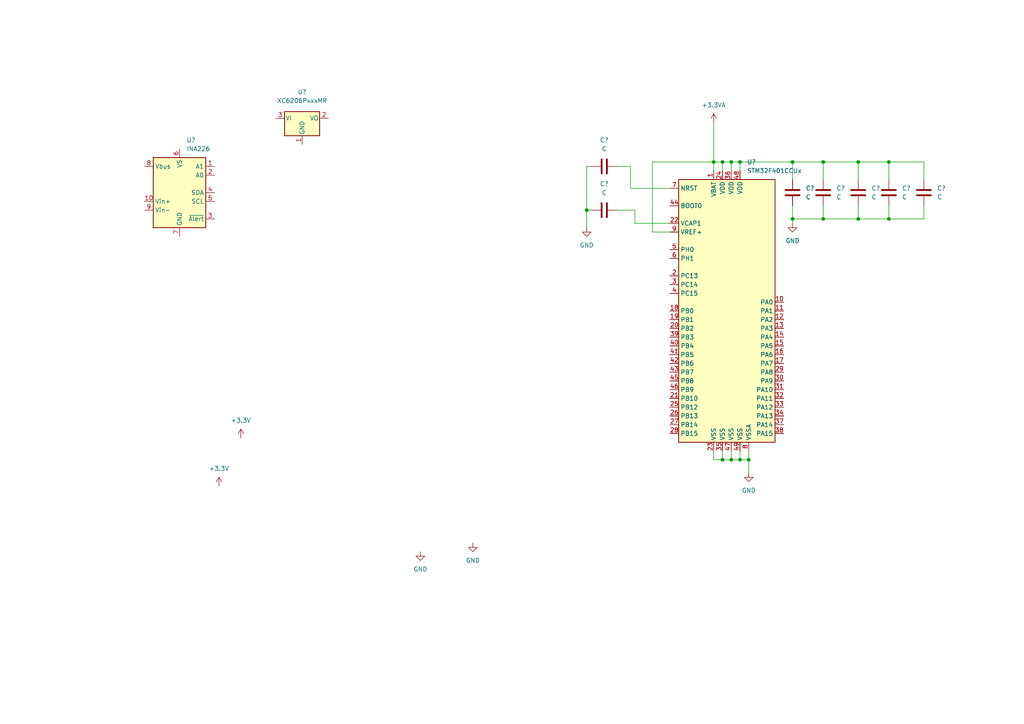
<source format=kicad_sch>
(kicad_sch (version 20211123) (generator eeschema)
  (paper "A4")
  (lib_symbols
    (symbol "Analog_ADC:INA226"
      (property "Reference" "U" (at -6.35 11.43 0))
      (property "Value" "INA226" (at 3.81 11.43 0))
      (symbol "INA226_0_1"
        (rectangle (start 7.62 10.16) (end -7.62 -10.16) (stroke (width 0.254)) (fill (type background)))
      )
      (symbol "INA226_1_1"
        (pin input line (at 10.16 7.62 180) (length 2.54) (name "A1") (number "1"))
        (pin input line (at -10.16 -2.54 0) (length 2.54) (name "Vin+") (number "10"))
        (pin input line (at 10.16 5.08 180) (length 2.54) (name "A0") (number "2"))
        (pin open_collector line (at 10.16 -7.62 180) (length 2.54) (name "~{Alert}") (number "3"))
        (pin bidirectional line (at 10.16 0 180) (length 2.54) (name "SDA") (number "4"))
        (pin input line (at 10.16 -2.54 180) (length 2.54) (name "SCL") (number "5"))
        (pin power_in line (at 0 12.7 270) (length 2.54) (name "VS") (number "6"))
        (pin power_in line (at 0 -12.7 90) (length 2.54) (name "GND") (number "7"))
        (pin input line (at -10.16 7.62 0) (length 2.54) (name "Vbus") (number "8"))
        (pin input line (at -10.16 -5.08 0) (length 2.54) (name "Vin-") (number "9"))
      )
    )
    (symbol "Device:C" (pin_numbers hide) (pin_names (offset 0.254))
      (property "Reference" "C" (at 0.635 2.54 0))
      (property "Value" "C" (at 0.635 -2.54 0))
      (symbol "C_0_1"
        (polyline (pts (xy -2.032 -0.762) (xy 2.032 -0.762)) (stroke (width 0.508)))
        (polyline (pts (xy -2.032 0.762) (xy 2.032 0.762)) (stroke (width 0.508)))
      )
      (symbol "C_1_1"
        (pin passive line (at 0 3.81 270) (length 2.794) (name "~") (number "1"))
        (pin passive line (at 0 -3.81 90) (length 2.794) (name "~") (number "2"))
      )
    )
    (symbol "MCU_ST_STM32F4:STM32F401CCUx"
      (property "Reference" "U" (at -15.24 39.37 0))
      (property "Value" "STM32F401CCUx" (at 5.08 39.37 0))
      (symbol "STM32F401CCUx_0_1"
        (rectangle (start -15.24 -38.1) (end 12.7 38.1) (stroke (width 0.254)) (fill (type background)))
      )
      (symbol "STM32F401CCUx_1_1"
        (pin power_in line (at -5.08 40.64 270) (length 2.54) (name "VBAT") (number "1"))
        (pin bidirectional line (at 15.24 2.54 180) (length 2.54) (name "PA0") (number "10"))
        (pin bidirectional line (at 15.24 0 180) (length 2.54) (name "PA1") (number "11"))
        (pin bidirectional line (at 15.24 -2.54 180) (length 2.54) (name "PA2") (number "12"))
        (pin bidirectional line (at 15.24 -5.08 180) (length 2.54) (name "PA3") (number "13"))
        (pin bidirectional line (at 15.24 -7.62 180) (length 2.54) (name "PA4") (number "14"))
        (pin bidirectional line (at 15.24 -10.16 180) (length 2.54) (name "PA5") (number "15"))
        (pin bidirectional line (at 15.24 -12.7 180) (length 2.54) (name "PA6") (number "16"))
        (pin bidirectional line (at 15.24 -15.24 180) (length 2.54) (name "PA7") (number "17"))
        (pin bidirectional line (at -17.78 0 0) (length 2.54) (name "PB0") (number "18"))
        (pin bidirectional line (at -17.78 -2.54 0) (length 2.54) (name "PB1") (number "19"))
        (pin bidirectional line (at -17.78 10.16 0) (length 2.54) (name "PC13") (number "2"))
        (pin bidirectional line (at -17.78 -5.08 0) (length 2.54) (name "PB2") (number "20"))
        (pin bidirectional line (at -17.78 -25.4 0) (length 2.54) (name "PB10") (number "21"))
        (pin power_in line (at -17.78 25.4 0) (length 2.54) (name "VCAP1") (number "22"))
        (pin power_in line (at -5.08 -40.64 90) (length 2.54) (name "VSS") (number "23"))
        (pin power_in line (at -2.54 40.64 270) (length 2.54) (name "VDD") (number "24"))
        (pin bidirectional line (at -17.78 -27.94 0) (length 2.54) (name "PB12") (number "25"))
        (pin bidirectional line (at -17.78 -30.48 0) (length 2.54) (name "PB13") (number "26"))
        (pin bidirectional line (at -17.78 -33.02 0) (length 2.54) (name "PB14") (number "27"))
        (pin bidirectional line (at -17.78 -35.56 0) (length 2.54) (name "PB15") (number "28"))
        (pin bidirectional line (at 15.24 -17.78 180) (length 2.54) (name "PA8") (number "29"))
        (pin bidirectional line (at -17.78 7.62 0) (length 2.54) (name "PC14") (number "3"))
        (pin bidirectional line (at 15.24 -20.32 180) (length 2.54) (name "PA9") (number "30"))
        (pin bidirectional line (at 15.24 -22.86 180) (length 2.54) (name "PA10") (number "31"))
        (pin bidirectional line (at 15.24 -25.4 180) (length 2.54) (name "PA11") (number "32"))
        (pin bidirectional line (at 15.24 -27.94 180) (length 2.54) (name "PA12") (number "33"))
        (pin bidirectional line (at 15.24 -30.48 180) (length 2.54) (name "PA13") (number "34"))
        (pin power_in line (at -2.54 -40.64 90) (length 2.54) (name "VSS") (number "35"))
        (pin power_in line (at 0 40.64 270) (length 2.54) (name "VDD") (number "36"))
        (pin bidirectional line (at 15.24 -33.02 180) (length 2.54) (name "PA14") (number "37"))
        (pin bidirectional line (at 15.24 -35.56 180) (length 2.54) (name "PA15") (number "38"))
        (pin bidirectional line (at -17.78 -7.62 0) (length 2.54) (name "PB3") (number "39"))
        (pin bidirectional line (at -17.78 5.08 0) (length 2.54) (name "PC15") (number "4"))
        (pin bidirectional line (at -17.78 -10.16 0) (length 2.54) (name "PB4") (number "40"))
        (pin bidirectional line (at -17.78 -12.7 0) (length 2.54) (name "PB5") (number "41"))
        (pin bidirectional line (at -17.78 -15.24 0) (length 2.54) (name "PB6") (number "42"))
        (pin bidirectional line (at -17.78 -17.78 0) (length 2.54) (name "PB7") (number "43"))
        (pin input line (at -17.78 30.48 0) (length 2.54) (name "BOOT0") (number "44"))
        (pin bidirectional line (at -17.78 -20.32 0) (length 2.54) (name "PB8") (number "45"))
        (pin bidirectional line (at -17.78 -22.86 0) (length 2.54) (name "PB9") (number "46"))
        (pin power_in line (at 0 -40.64 90) (length 2.54) (name "VSS") (number "47"))
        (pin power_in line (at 2.54 40.64 270) (length 2.54) (name "VDD") (number "48"))
        (pin power_in line (at 2.54 -40.64 90) (length 2.54) (name "VSS") (number "49"))
        (pin input line (at -17.78 17.78 0) (length 2.54) (name "PH0") (number "5"))
        (pin input line (at -17.78 15.24 0) (length 2.54) (name "PH1") (number "6"))
        (pin input line (at -17.78 35.56 0) (length 2.54) (name "NRST") (number "7"))
        (pin power_in line (at 5.08 -40.64 90) (length 2.54) (name "VSSA") (number "8"))
        (pin power_in line (at -17.78 22.86 0) (length 2.54) (name "VREF+") (number "9"))
      )
    )
    (symbol "Regulator_Linear:XC6206PxxxMR" (pin_names (offset 0.254))
      (property "Reference" "U" (at -3.81 3.175 0))
      (property "Value" "XC6206PxxxMR" (at 0 3.175 0))
      (symbol "XC6206PxxxMR_0_1"
        (rectangle (start -5.08 1.905) (end 5.08 -5.08) (stroke (width 0.254)) (fill (type background)))
      )
      (symbol "XC6206PxxxMR_1_1"
        (pin power_in line (at 0 -7.62 90) (length 2.54) (name "GND") (number "1"))
        (pin power_out line (at 7.62 0 180) (length 2.54) (name "VO") (number "2"))
        (pin power_in line (at -7.62 0 0) (length 2.54) (name "VI") (number "3"))
      )
    )
    (symbol "power:+3.3V" (power) (pin_names (offset 0))
      (property "Value" "+3.3V" (at 0 3.556 0))
      (symbol "+3.3V_0_1"
        (polyline (pts (xy -0.762 1.27) (xy 0 2.54)))
        (polyline (pts (xy 0 0) (xy 0 2.54)))
        (polyline (pts (xy 0 2.54) (xy 0.762 1.27)))
      )
      (symbol "+3.3V_1_1"
        (pin power_in line (at 0 0 90) (length 0) hide (name "+3.3V") (number "1"))
      )
    )
    (symbol "power:+3.3VA" (power) (pin_names (offset 0))
      (property "Value" "+3.3VA" (at 0 3.556 0))
      (symbol "+3.3VA_0_1"
        (polyline (pts (xy -0.762 1.27) (xy 0 2.54)))
        (polyline (pts (xy 0 0) (xy 0 2.54)))
        (polyline (pts (xy 0 2.54) (xy 0.762 1.27)))
      )
      (symbol "+3.3VA_1_1"
        (pin power_in line (at 0 0 90) (length 0) hide (name "+3.3VA") (number "1"))
      )
    )
    (symbol "power:GND" (power) (pin_names (offset 0))
      (property "Value" "GND" (at 0 -3.81 0))
      (symbol "GND_0_1"
        (polyline (pts (xy 0 0) (xy 0 -1.27) (xy 1.27 -1.27) (xy 0 -2.54) (xy -1.27 -1.27) (xy 0 -1.27)))
      )
      (symbol "GND_1_1"
        (pin power_in line (at 0 0 270) (length 0) hide (name "GND") (number "1"))
      )
    )
  )
  (junction (at 238.76 63.5))
  (junction (at 248.92 46.99))
  (junction (at 212.09 133.35))
  (junction (at 217.17 133.35))
  (junction (at 257.81 63.5))
  (junction (at 214.63 133.35))
  (junction (at 209.55 46.99))
  (junction (at 209.55 133.35))
  (junction (at 257.81 46.99))
  (junction (at 207.01 46.99))
  (junction (at 212.09 46.99))
  (junction (at 248.92 63.5))
  (junction (at 229.87 46.99))
  (junction (at 214.63 46.99))
  (junction (at 170.18 60.96))
  (junction (at 238.76 46.99))
  (junction (at 229.87 63.5))
  (wire (pts (xy 257.81 46.99) (xy 267.97 46.99)))
  (wire (pts (xy 257.81 52.07) (xy 257.81 46.99)))
  (wire (pts (xy 189.23 67.31) (xy 189.23 46.99)))
  (wire (pts (xy 212.09 46.99) (xy 214.63 46.99)))
  (wire (pts (xy 238.76 46.99) (xy 238.76 52.07)))
  (wire (pts (xy 207.01 133.35) (xy 209.55 133.35)))
  (wire (pts (xy 217.17 133.35) (xy 217.17 137.16)))
  (wire (pts (xy 248.92 63.5) (xy 238.76 63.5)))
  (wire (pts (xy 217.17 130.81) (xy 217.17 133.35)))
  (wire (pts (xy 184.15 60.96) (xy 184.15 64.77)))
  (wire (pts (xy 207.01 46.99) (xy 209.55 46.99)))
  (wire (pts (xy 209.55 46.99) (xy 212.09 46.99)))
  (wire (pts (xy 257.81 63.5) (xy 248.92 63.5)))
  (wire (pts (xy 184.15 64.77) (xy 194.31 64.77)))
  (wire (pts (xy 194.31 67.31) (xy 189.23 67.31)))
  (wire (pts (xy 212.09 46.99) (xy 212.09 49.53)))
  (wire (pts (xy 214.63 46.99) (xy 229.87 46.99)))
  (wire (pts (xy 229.87 46.99) (xy 238.76 46.99)))
  (wire (pts (xy 238.76 59.69) (xy 238.76 63.5)))
  (wire (pts (xy 182.88 48.26) (xy 182.88 54.61)))
  (wire (pts (xy 170.18 60.96) (xy 171.45 60.96)))
  (wire (pts (xy 214.63 133.35) (xy 217.17 133.35)))
  (wire (pts (xy 182.88 54.61) (xy 194.31 54.61)))
  (wire (pts (xy 179.07 60.96) (xy 184.15 60.96)))
  (wire (pts (xy 209.55 133.35) (xy 212.09 133.35)))
  (wire (pts (xy 229.87 46.99) (xy 229.87 52.07)))
  (wire (pts (xy 170.18 48.26) (xy 170.18 60.96)))
  (wire (pts (xy 209.55 130.81) (xy 209.55 133.35)))
  (wire (pts (xy 212.09 133.35) (xy 214.63 133.35)))
  (wire (pts (xy 207.01 46.99) (xy 207.01 49.53)))
  (wire (pts (xy 207.01 35.56) (xy 207.01 46.99)))
  (wire (pts (xy 257.81 59.69) (xy 257.81 63.5)))
  (wire (pts (xy 189.23 46.99) (xy 207.01 46.99)))
  (wire (pts (xy 214.63 46.99) (xy 214.63 49.53)))
  (wire (pts (xy 229.87 59.69) (xy 229.87 63.5)))
  (wire (pts (xy 238.76 63.5) (xy 229.87 63.5)))
  (wire (pts (xy 209.55 46.99) (xy 209.55 49.53)))
  (wire (pts (xy 179.07 48.26) (xy 182.88 48.26)))
  (wire (pts (xy 248.92 59.69) (xy 248.92 63.5)))
  (wire (pts (xy 171.45 48.26) (xy 170.18 48.26)))
  (wire (pts (xy 267.97 52.07) (xy 267.97 46.99)))
  (wire (pts (xy 214.63 130.81) (xy 214.63 133.35)))
  (wire (pts (xy 229.87 63.5) (xy 229.87 64.77)))
  (wire (pts (xy 212.09 130.81) (xy 212.09 133.35)))
  (wire (pts (xy 170.18 60.96) (xy 170.18 66.04)))
  (wire (pts (xy 248.92 46.99) (xy 248.92 52.07)))
  (wire (pts (xy 238.76 46.99) (xy 248.92 46.99)))
  (wire (pts (xy 248.92 46.99) (xy 257.81 46.99)))
  (wire (pts (xy 267.97 63.5) (xy 257.81 63.5)))
  (wire (pts (xy 267.97 59.69) (xy 267.97 63.5)))
  (wire (pts (xy 207.01 130.81) (xy 207.01 133.35)))
  (symbol (lib_id "power:GND") (at 217.17 137.16 0) (unit 1)
    (property "Reference" "#PWR?" (effects hide))
    (property "Value" "GND" (at 217.17 142.24 0))
  )
  (symbol (lib_id "Device:C") (at 175.26 60.96 90) (unit 1)
    (property "Reference" "C?" (at 175.26 53.34 90))
    (property "Value" "C" (at 175.26 55.88 90))
  )
  (symbol (lib_id "Regulator_Linear:XC6206PxxxMR") (at 87.63 34.29 0) (unit 1)
    (property "Reference" "U?" (at 87.63 26.67 0))
    (property "Value" "XC6206PxxxMR" (at 87.63 29.21 0))
    (property "Footprint" "Package_TO_SOT_SMD:SOT-23" (effects hide))
    (property "Datasheet" "https://www.torexsemi.com/file/xc6206/XC6206.pdf" (effects hide))
  )
  (symbol (lib_id "Device:C") (at 248.92 55.88 0) (unit 1)
    (property "Reference" "C?" (at 252.73 54.6099 0) (effects (justify left)))
    (property "Value" "C" (at 252.73 57.1499 0) (effects (justify left)))
  )
  (symbol (lib_id "power:GND") (at 229.87 64.77 0) (unit 1)
    (property "Reference" "#PWR?" (effects hide))
    (property "Value" "GND" (at 229.87 69.85 0))
  )
  (symbol (lib_id "power:GND") (at 121.92 160.02 0) (unit 1)
    (property "Reference" "#PWR?" (effects hide))
    (property "Value" "GND" (at 121.92 165.1 0))
  )
  (symbol (lib_id "Device:C") (at 175.26 48.26 90) (unit 1)
    (property "Reference" "C?" (at 175.26 40.64 90))
    (property "Value" "C" (at 175.26 43.18 90))
  )
  (symbol (lib_id "Device:C") (at 257.81 55.88 0) (unit 1)
    (property "Reference" "C?" (at 261.62 54.6099 0) (effects (justify left)))
    (property "Value" "C" (at 261.62 57.1499 0) (effects (justify left)))
  )
  (symbol (lib_id "Analog_ADC:INA226") (at 52.07 55.88 0) (unit 1)
    (property "Reference" "U?" (at 54.0894 40.64 0) (effects (justify left)))
    (property "Value" "INA226" (at 54.0894 43.18 0) (effects (justify left)))
    (property "Footprint" "Package_SO:VSSOP-10_3x3mm_P0.5mm" (effects hide))
    (property "Datasheet" "http://www.ti.com/lit/ds/symlink/ina226.pdf" (effects hide))
  )
  (symbol (lib_id "MCU_ST_STM32F4:STM32F401CCUx") (at 212.09 90.17 0) (unit 1)
    (property "Reference" "U?" (at 216.6494 46.99 0) (effects (justify left)))
    (property "Value" "STM32F401CCUx" (at 216.6494 49.53 0) (effects (justify left)))
    (property "Footprint" "Package_DFN_QFN:QFN-48-1EP_7x7mm_P0.5mm_EP5.6x5.6mm" (effects hide))
    (property "Datasheet" "http://www.st.com/st-web-ui/static/active/en/resource/technical/document/datasheet/DM00086815.pdf" (effects hide))
  )
  (symbol (lib_id "power:GND") (at 137.16 157.48 0) (unit 1)
    (property "Reference" "#PWR?" (effects hide))
    (property "Value" "GND" (at 137.16 162.56 0))
  )
  (symbol (lib_id "Device:C") (at 267.97 55.88 0) (unit 1)
    (property "Reference" "C?" (at 271.78 54.6099 0) (effects (justify left)))
    (property "Value" "C" (at 271.78 57.1499 0) (effects (justify left)))
  )
  (symbol (lib_id "power:+3.3V") (at 69.85 127 0) (unit 1)
    (property "Reference" "#PWR?" (effects hide))
    (property "Value" "+3.3V" (at 69.85 121.92 0))
  )
  (symbol (lib_id "power:+3.3V") (at 63.5 140.97 0) (unit 1)
    (property "Reference" "#PWR?" (effects hide))
    (property "Value" "+3.3V" (at 63.5 135.89 0))
  )
  (symbol (lib_id "Device:C") (at 238.76 55.88 0) (unit 1)
    (property "Reference" "C?" (at 242.57 54.6099 0) (effects (justify left)))
    (property "Value" "C" (at 242.57 57.1499 0) (effects (justify left)))
  )
  (symbol (lib_id "power:+3.3VA") (at 207.01 35.56 0) (unit 1)
    (property "Reference" "#PWR?" (effects hide))
    (property "Value" "+3.3VA" (at 207.01 30.48 0))
  )
  (symbol (lib_id "Device:C") (at 229.87 55.88 0) (unit 1)
    (property "Reference" "C?" (at 233.68 54.6099 0) (effects (justify left)))
    (property "Value" "C" (at 233.68 57.1499 0) (effects (justify left)))
  )
  (symbol (lib_id "power:GND") (at 170.18 66.04 0) (unit 1)
    (property "Reference" "#PWR?" (effects hide))
    (property "Value" "GND" (at 170.18 71.12 0))
  )
)
</source>
